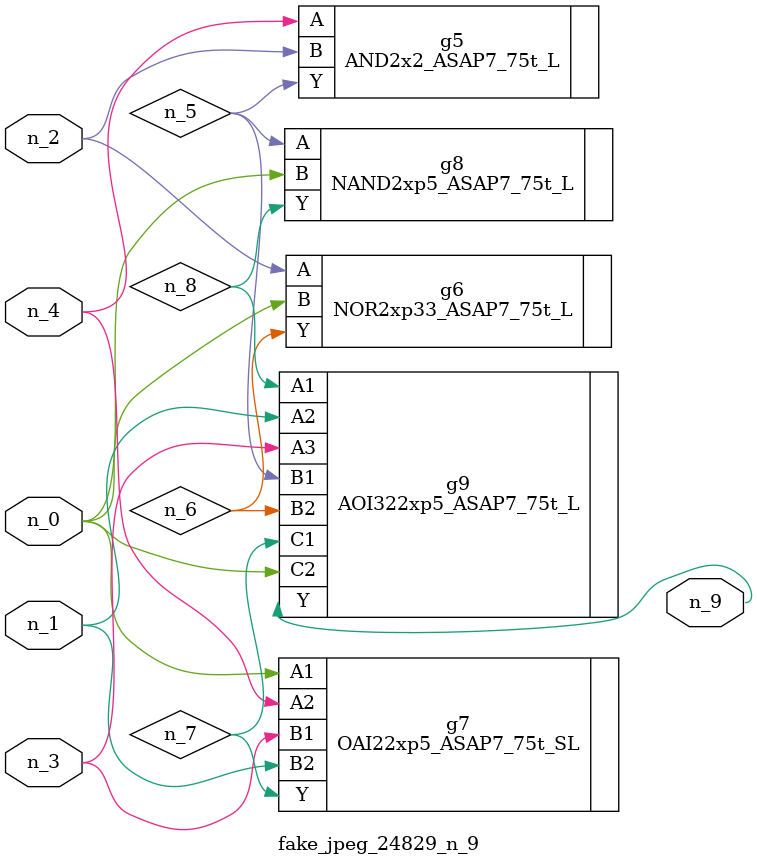
<source format=v>
module fake_jpeg_24829_n_9 (n_3, n_2, n_1, n_0, n_4, n_9);

input n_3;
input n_2;
input n_1;
input n_0;
input n_4;

output n_9;

wire n_8;
wire n_6;
wire n_5;
wire n_7;

AND2x2_ASAP7_75t_L g5 ( 
.A(n_4),
.B(n_2),
.Y(n_5)
);

NOR2xp33_ASAP7_75t_L g6 ( 
.A(n_2),
.B(n_0),
.Y(n_6)
);

OAI22xp5_ASAP7_75t_SL g7 ( 
.A1(n_0),
.A2(n_4),
.B1(n_3),
.B2(n_1),
.Y(n_7)
);

NAND2xp5_ASAP7_75t_L g8 ( 
.A(n_5),
.B(n_0),
.Y(n_8)
);

AOI322xp5_ASAP7_75t_L g9 ( 
.A1(n_8),
.A2(n_1),
.A3(n_3),
.B1(n_5),
.B2(n_6),
.C1(n_7),
.C2(n_0),
.Y(n_9)
);


endmodule
</source>
